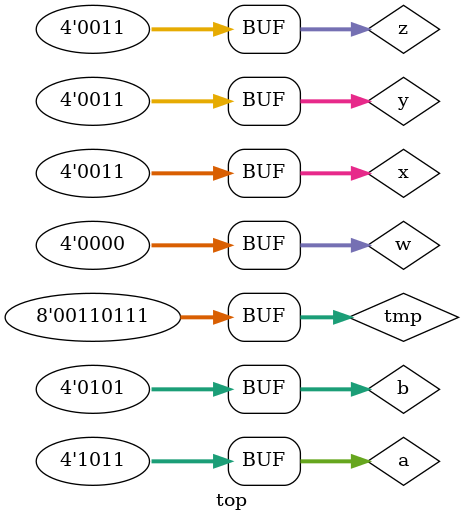
<source format=sv>
module top;
    wire [3:0] a, b, w, x, y, z;
    assign a = 4'b1011;
    assign b = 4'b0101;

    // loses upper bits
    assign w = (a * b) >> 4;

    // preserves upper bits via implicit extension
    assign x = (1 * a * b) >> 4;
    assign y = (a * b * 1) >> 4;

    // preserves upper bits via "casting"
    wire [7:0] tmp;
    assign tmp = a * b;
    assign z = tmp >> 4;
endmodule

</source>
